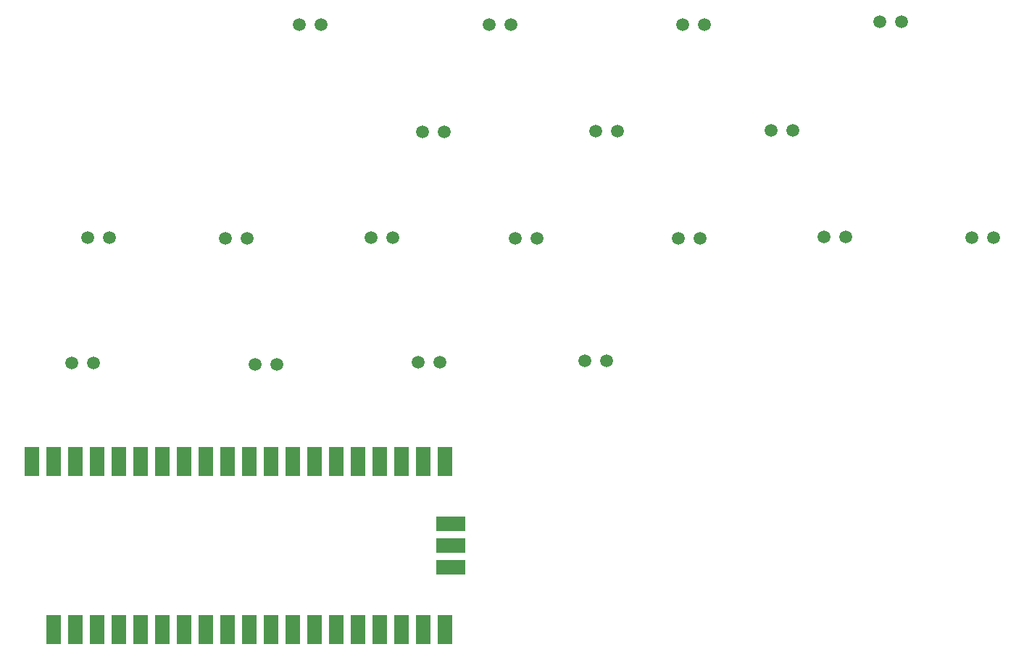
<source format=gbr>
%TF.GenerationSoftware,KiCad,Pcbnew,6.0.10+dfsg-1~bpo11+1*%
%TF.CreationDate,2023-03-07T10:26:52+00:00*%
%TF.ProjectId,CoverUI,436f7665-7255-4492-9e6b-696361645f70,rev?*%
%TF.SameCoordinates,Original*%
%TF.FileFunction,Paste,Bot*%
%TF.FilePolarity,Positive*%
%FSLAX46Y46*%
G04 Gerber Fmt 4.6, Leading zero omitted, Abs format (unit mm)*
G04 Created by KiCad (PCBNEW 6.0.10+dfsg-1~bpo11+1) date 2023-03-07 10:26:52*
%MOMM*%
%LPD*%
G01*
G04 APERTURE LIST*
%ADD10C,1.520000*%
%ADD11R,1.700000X3.500000*%
%ADD12R,3.500000X1.700000*%
G04 APERTURE END LIST*
D10*
%TO.C,D1013*%
X159752000Y-93887000D03*
X162292000Y-93887000D03*
%TD*%
%TO.C,D1016*%
X93272000Y-108777000D03*
X95812000Y-108777000D03*
%TD*%
%TO.C,D1005*%
X112852000Y-81577000D03*
X115392000Y-81577000D03*
%TD*%
%TO.C,D1012*%
X142742000Y-94007000D03*
X145282000Y-94007000D03*
%TD*%
%TO.C,D1002*%
X120632000Y-69037000D03*
X123172000Y-69037000D03*
%TD*%
%TO.C,D1006*%
X133062000Y-81527000D03*
X135602000Y-81527000D03*
%TD*%
%TO.C,D1007*%
X153562000Y-81407000D03*
X156102000Y-81407000D03*
%TD*%
%TO.C,D1017*%
X112392000Y-108497000D03*
X114932000Y-108497000D03*
%TD*%
%TO.C,D1014*%
X177042000Y-93947000D03*
X179582000Y-93947000D03*
%TD*%
%TO.C,D1010*%
X106892000Y-93947000D03*
X109432000Y-93947000D03*
%TD*%
%TO.C,D1018*%
X131862000Y-108317000D03*
X134402000Y-108317000D03*
%TD*%
%TO.C,D1001*%
X98472000Y-69037000D03*
X101012000Y-69037000D03*
%TD*%
%TO.C,D1004*%
X166332000Y-68757000D03*
X168872000Y-68757000D03*
%TD*%
%TO.C,D1008*%
X73787000Y-93947000D03*
X76327000Y-93947000D03*
%TD*%
%TO.C,D1015*%
X71932000Y-108607000D03*
X74472000Y-108607000D03*
%TD*%
%TO.C,D1011*%
X123722000Y-94007000D03*
X126262000Y-94007000D03*
%TD*%
%TO.C,D1009*%
X89822000Y-94067000D03*
X92362000Y-94067000D03*
%TD*%
%TO.C,D1003*%
X143252000Y-69037000D03*
X145792000Y-69037000D03*
%TD*%
D11*
%TO.C,U1*%
X67208400Y-120156400D03*
X69748400Y-120156400D03*
X72288400Y-120156400D03*
X74828400Y-120156400D03*
X77368400Y-120156400D03*
X79908400Y-120156400D03*
X82448400Y-120156400D03*
X84988400Y-120156400D03*
X87528400Y-120156400D03*
X90068400Y-120156400D03*
X92608400Y-120156400D03*
X95148400Y-120156400D03*
X97688400Y-120156400D03*
X100228400Y-120156400D03*
X102768400Y-120156400D03*
X105308400Y-120156400D03*
X107848400Y-120156400D03*
X110388400Y-120156400D03*
X112928400Y-120156400D03*
X115468400Y-120156400D03*
X115468400Y-139736400D03*
X112928400Y-139736400D03*
X110388400Y-139736400D03*
X107848400Y-139736400D03*
X105308400Y-139736400D03*
X102768400Y-139736400D03*
X100228400Y-139736400D03*
X97688400Y-139736400D03*
X95148400Y-139736400D03*
X92608400Y-139736400D03*
X90068400Y-139736400D03*
X87528400Y-139736400D03*
X84988400Y-139736400D03*
X82448400Y-139736400D03*
X79908400Y-139736400D03*
X77368400Y-139736400D03*
X74828400Y-139736400D03*
X72288400Y-139736400D03*
X69748400Y-139736400D03*
D12*
X116138400Y-127406400D03*
X116138400Y-129946400D03*
X116138400Y-132486400D03*
%TD*%
M02*

</source>
